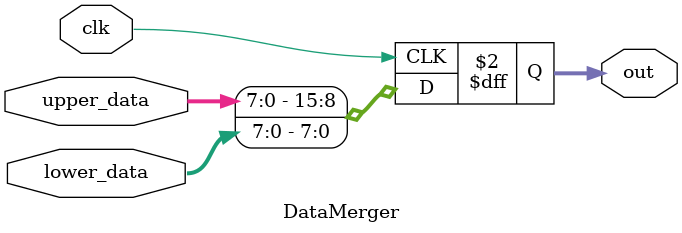
<source format=sv>
module PipelinedOR(
    input clk,
    input [15:0] stage_a, stage_b,
    output [15:0] out
);
    // 内部连线
    wire [7:0] stage1_lower_a, stage1_lower_b;
    wire [7:0] stage1_upper_a, stage1_upper_b;
    wire [7:0] stage2_lower_result;
    wire [7:0] stage2_upper_result;

    // 数据分割子模块实例
    DataSplitter u_splitter (
        .clk(clk),
        .data_a(stage_a),
        .data_b(stage_b),
        .lower_a(stage1_lower_a),
        .lower_b(stage1_lower_b),
        .upper_a(stage1_upper_a),
        .upper_b(stage1_upper_b)
    );

    // 逻辑运算子模块实例
    LogicProcessor u_processor (
        .clk(clk),
        .lower_a(stage1_lower_a),
        .lower_b(stage1_lower_b),
        .upper_a(stage1_upper_a),
        .upper_b(stage1_upper_b),
        .lower_result(stage2_lower_result),
        .upper_result(stage2_upper_result)
    );

    // 数据合并子模块实例
    DataMerger u_merger (
        .clk(clk),
        .lower_data(stage2_lower_result),
        .upper_data(stage2_upper_result),
        .out(out)
    );
endmodule

// 第一级流水线：数据分割子模块
module DataSplitter (
    input clk,
    input [15:0] data_a, data_b,
    output reg [7:0] lower_a, lower_b,
    output reg [7:0] upper_a, upper_b
);
    always @(posedge clk) begin
        lower_a <= data_a[7:0];
        lower_b <= data_b[7:0];
        upper_a <= data_a[15:8];
        upper_b <= data_b[15:8];
    end
endmodule

// 第二级流水线：逻辑运算子模块
module LogicProcessor #(
    parameter OP_WIDTH = 8
)(
    input clk,
    input [OP_WIDTH-1:0] lower_a, lower_b,
    input [OP_WIDTH-1:0] upper_a, upper_b,
    output reg [OP_WIDTH-1:0] lower_result,
    output reg [OP_WIDTH-1:0] upper_result
);
    always @(posedge clk) begin
        lower_result <= lower_a | lower_b;
        upper_result <= upper_a | upper_b;
    end
endmodule

// 第三级流水线：数据合并子模块
module DataMerger (
    input clk,
    input [7:0] lower_data, upper_data,
    output reg [15:0] out
);
    always @(posedge clk) begin
        out <= {upper_data, lower_data};
    end
endmodule
</source>
